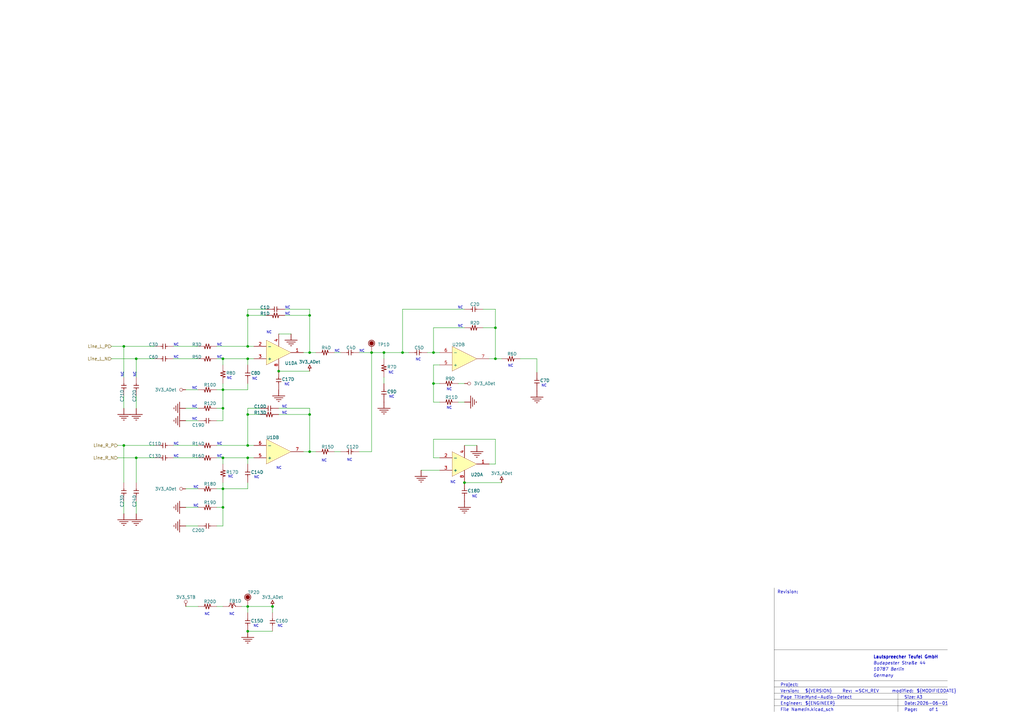
<source format=kicad_sch>
(kicad_sch (version 20231120) (generator "eeschema") (generator_version "8.0")
  (paper "A3")
  (title_block (title "Mynd-Audio-Detect") (rev "=SCH_REV"))
  (junction (at 165.1 144.6022))
  (junction (at 101.6 142.0622))
  (junction (at 91.44 167.4622))
  (junction (at 101.6 258.9022))
  (junction (at 177.8 144.6022))
  (junction (at 55.88 147.1422))
  (junction (at 50.8 142.0622))
  (junction (at 91.44 159.8422))
  (junction (at 127 185.2422))
  (junction (at 114.3 152.2222))
  (junction (at 50.8 182.7022))
  (junction (at 101.6 187.7822))
  (junction (at 101.6 129.3622))
  (junction (at 91.44 208.1022))
  (junction (at 91.44 147.1422))
  (junction (at 152.4 144.6022))
  (junction (at 203.2 134.4422))
  (junction (at 55.88 187.7822))
  (junction (at 111.76 248.7422))
  (junction (at 91.44 200.4822))
  (junction (at 190.5 197.9422))
  (junction (at 127 170.0022))
  (junction (at 101.6 248.7422))
  (junction (at 157.48 144.6022))
  (junction (at 101.6 182.7022))
  (junction (at 203.2 147.1422))
  (junction (at 91.44 187.7822))
  (junction (at 177.8 157.3022))
  (junction (at 127 144.6022))
  (junction (at 101.6 170.0022))
  (junction (at 127 129.3622))
  (junction (at 101.6 147.1422))
  (wire (pts (xy 101.6 126.8222) (xy 101.6 129.3622)))
  (wire (pts (xy 152.4 144.6022) (xy 157.48 144.6022)))
  (wire (pts (xy 101.6 142.0622) (xy 104.14 142.0622)))
  (wire (pts (xy 91.44 167.4622) (xy 88.9 167.4622)))
  (wire (pts (xy 190.5 157.3022) (xy 187.96 157.3022)))
  (wire (pts (xy 101.6 149.6822) (xy 101.6 147.1422)))
  (wire (pts (xy 101.6 129.3622) (xy 109.22 129.3622)))
  (polyline (pts (xy 317.5 279.2222) (xy 388.62 279.2222)) (stroke (width 0.0254) (type solid) (color 0 0 0 1)))
  (wire (pts (xy 127 185.2422) (xy 129.54 185.2422)))
  (wire (pts (xy 76.2 172.5422) (xy 81.28 172.5422)))
  (wire (pts (xy 157.48 147.1422) (xy 157.48 144.6022)))
  (wire (pts (xy 203.2 134.4422) (xy 203.2 147.1422)))
  (wire (pts (xy 101.6 147.1422) (xy 104.14 147.1422)))
  (wire (pts (xy 165.1 144.6022) (xy 165.1 126.8222)))
  (wire (pts (xy 127 129.3622) (xy 127 144.6022)))
  (wire (pts (xy 55.88 147.1422) (xy 63.5 147.1422)))
  (wire (pts (xy 91.44 149.6822) (xy 91.44 147.1422)))
  (wire (pts (xy 76.2 200.4822) (xy 81.28 200.4822)))
  (wire (pts (xy 91.44 187.7822) (xy 91.44 190.3222)))
  (wire (pts (xy 91.44 200.4822) (xy 101.6 200.4822)))
  (wire (pts (xy 81.28 208.1022) (xy 76.2 208.1022)))
  (wire (pts (xy 91.44 147.1422) (xy 101.6 147.1422)))
  (wire (pts (xy 55.88 197.9422) (xy 55.88 187.7822)))
  (wire (pts (xy 203.2 180.1622) (xy 203.2 190.3222)))
  (wire (pts (xy 111.76 248.7422) (xy 111.76 251.2822)))
  (wire (pts (xy 127 144.6022) (xy 124.46 144.6022)))
  (polyline (pts (xy 368.3 291.9222) (xy 368.3 284.3022)) (stroke (width 0.0254) (type solid) (color 0 0 0 1)))
  (wire (pts (xy 165.1 144.6022) (xy 167.64 144.6022)))
  (wire (pts (xy 91.44 159.8422) (xy 91.44 157.3022)))
  (wire (pts (xy 48.26 182.7022) (xy 50.8 182.7022)))
  (wire (pts (xy 48.26 187.7822) (xy 55.88 187.7822)))
  (wire (pts (xy 76.2 167.4622) (xy 81.28 167.4622)))
  (wire (pts (xy 139.7 185.2422) (xy 137.16 185.2422)))
  (wire (pts (xy 55.88 154.7622) (xy 55.88 147.1422)))
  (wire (pts (xy 91.44 172.5422) (xy 88.9 172.5422)))
  (wire (pts (xy 180.34 192.8622) (xy 172.72 192.8622)))
  (wire (pts (xy 91.44 200.4822) (xy 91.44 197.9422)))
  (wire (pts (xy 180.34 157.3022) (xy 177.8 157.3022)))
  (wire (pts (xy 50.8 142.0622) (xy 63.5 142.0622)))
  (wire (pts (xy 101.6 200.4822) (xy 101.6 197.9422)))
  (wire (pts (xy 88.9 182.7022) (xy 101.6 182.7022)))
  (wire (pts (xy 152.4 144.6022) (xy 147.32 144.6022)))
  (wire (pts (xy 91.44 159.8422) (xy 101.6 159.8422)))
  (wire (pts (xy 101.6 258.9022) (xy 111.76 258.9022)))
  (wire (pts (xy 127 126.8222) (xy 127 129.3622)))
  (wire (pts (xy 177.8 149.6822) (xy 180.34 149.6822)))
  (wire (pts (xy 190.5 134.4422) (xy 177.8 134.4422)))
  (wire (pts (xy 127 185.2422) (xy 124.46 185.2422)))
  (wire (pts (xy 88.9 142.0622) (xy 101.6 142.0622)))
  (wire (pts (xy 152.4 144.6022) (xy 152.4 185.2422)))
  (polyline (pts (xy 317.5 286.8422) (xy 388.62 286.8422)) (stroke (width 0.0254) (type solid) (color 0 0 0 1)))
  (wire (pts (xy 104.14 182.7022) (xy 101.6 182.7022)))
  (wire (pts (xy 91.44 200.4822) (xy 91.44 208.1022)))
  (wire (pts (xy 91.44 200.4822) (xy 88.9 200.4822)))
  (wire (pts (xy 200.66 147.1422) (xy 203.2 147.1422)))
  (polyline (pts (xy 317.5 266.5222) (xy 317.5 241.1222)) (stroke (width 0.0254) (type solid) (color 0 0 0 1)))
  (wire (pts (xy 127 167.4622) (xy 127 170.0022)))
  (wire (pts (xy 114.3 152.2222) (xy 127 152.2222)))
  (wire (pts (xy 71.12 147.1422) (xy 81.28 147.1422)))
  (wire (pts (xy 101.6 248.7422) (xy 111.76 248.7422)))
  (wire (pts (xy 177.8 134.4422) (xy 177.8 144.6022)))
  (wire (pts (xy 101.6 129.3622) (xy 101.6 142.0622)))
  (wire (pts (xy 55.88 187.7822) (xy 63.5 187.7822)))
  (wire (pts (xy 101.6 159.8422) (xy 101.6 157.3022)))
  (wire (pts (xy 203.2 126.8222) (xy 203.2 134.4422)))
  (wire (pts (xy 177.8 144.6022) (xy 180.34 144.6022)))
  (wire (pts (xy 116.84 126.8222) (xy 127 126.8222)))
  (wire (pts (xy 71.12 182.7022) (xy 81.28 182.7022)))
  (wire (pts (xy 91.44 167.4622) (xy 91.44 172.5422)))
  (wire (pts (xy 190.5 182.7022) (xy 195.58 182.7022)))
  (wire (pts (xy 177.8 180.1622) (xy 203.2 180.1622)))
  (wire (pts (xy 101.6 182.7022) (xy 101.6 170.0022)))
  (wire (pts (xy 203.2 190.3222) (xy 200.66 190.3222)))
  (wire (pts (xy 101.6 167.4622) (xy 106.68 167.4622)))
  (wire (pts (xy 177.8 157.3022) (xy 177.8 149.6822)))
  (wire (pts (xy 91.44 187.7822) (xy 101.6 187.7822)))
  (wire (pts (xy 101.6 187.7822) (xy 101.6 190.3222)))
  (wire (pts (xy 114.3 136.9822) (xy 119.38 136.9822)))
  (wire (pts (xy 165.1 126.8222) (xy 190.5 126.8222)))
  (wire (pts (xy 101.6 251.2822) (xy 101.6 248.7422)))
  (wire (pts (xy 88.9 187.7822) (xy 91.44 187.7822)))
  (wire (pts (xy 50.8 154.7622) (xy 50.8 142.0622)))
  (wire (pts (xy 157.48 144.6022) (xy 165.1 144.6022)))
  (wire (pts (xy 55.88 167.4622) (xy 55.88 162.3822)))
  (wire (pts (xy 203.2 147.1422) (xy 205.74 147.1422)))
  (wire (pts (xy 99.06 248.7422) (xy 101.6 248.7422)))
  (wire (pts (xy 88.9 147.1422) (xy 91.44 147.1422)))
  (wire (pts (xy 81.28 159.8422) (xy 76.2 159.8422)))
  (wire (pts (xy 114.3 170.0022) (xy 127 170.0022)))
  (wire (pts (xy 81.28 248.7422) (xy 76.2 248.7422)))
  (wire (pts (xy 109.22 126.8222) (xy 101.6 126.8222)))
  (wire (pts (xy 91.44 208.1022) (xy 88.9 208.1022)))
  (wire (pts (xy 101.6 187.7822) (xy 104.14 187.7822)))
  (wire (pts (xy 220.218 147.1422) (xy 220.218 152.7302)))
  (wire (pts (xy 45.72 147.1422) (xy 55.88 147.1422)))
  (wire (pts (xy 71.12 142.0622) (xy 81.28 142.0622)))
  (wire (pts (xy 50.8 182.7022) (xy 63.5 182.7022)))
  (wire (pts (xy 213.36 147.1422) (xy 220.218 147.1422)))
  (wire (pts (xy 45.72 142.0622) (xy 50.8 142.0622)))
  (polyline (pts (xy 317.5 291.9222) (xy 317.5 266.5222)) (stroke (width 0.0254) (type solid) (color 0 0 0 1)))
  (wire (pts (xy 139.7 144.6022) (xy 137.16 144.6022)))
  (wire (pts (xy 116.84 129.3622) (xy 127 129.3622)))
  (wire (pts (xy 177.8 187.7822) (xy 177.8 180.1622)))
  (wire (pts (xy 101.6 170.0022) (xy 101.6 167.4622)))
  (wire (pts (xy 88.9 159.8422) (xy 91.44 159.8422)))
  (polyline (pts (xy 317.5 289.3822) (xy 388.62 289.3822)) (stroke (width 0.0254) (type solid) (color 0 0 0 1)))
  (wire (pts (xy 180.34 164.9222) (xy 177.8 164.9222)))
  (wire (pts (xy 71.12 187.7822) (xy 81.28 187.7822)))
  (wire (pts (xy 114.3 167.4622) (xy 127 167.4622)))
  (wire (pts (xy 127 170.0022) (xy 127 185.2422)))
  (wire (pts (xy 50.8 167.4622) (xy 50.8 162.3822)))
  (wire (pts (xy 203.2 134.4422) (xy 198.12 134.4422)))
  (wire (pts (xy 127 144.6022) (xy 129.54 144.6022)))
  (wire (pts (xy 180.34 187.7822) (xy 177.8 187.7822)))
  (wire (pts (xy 55.88 210.6422) (xy 55.88 205.5622)))
  (wire (pts (xy 177.8 144.6022) (xy 175.26 144.6022)))
  (wire (pts (xy 50.8 210.6422) (xy 50.8 205.5622)))
  (wire (pts (xy 190.5 197.9422) (xy 205.74 197.9422)))
  (wire (pts (xy 91.44 215.7222) (xy 88.9 215.7222)))
  (wire (pts (xy 91.44 159.8422) (xy 91.44 167.4622)))
  (polyline (pts (xy 317.5 266.5222) (xy 388.62 266.5222)) (stroke (width 0.0254) (type solid) (color 0 0 0 1)))
  (wire (pts (xy 50.8 197.9422) (xy 50.8 182.7022)))
  (wire (pts (xy 101.6 170.0022) (xy 106.68 170.0022)))
  (wire (pts (xy 91.44 208.1022) (xy 91.44 215.7222)))
  (wire (pts (xy 177.8 164.9222) (xy 177.8 157.3022)))
  (wire (pts (xy 190.5 164.9222) (xy 187.96 164.9222)))
  (wire (pts (xy 157.48 157.3022) (xy 157.48 154.7622)))
  (polyline (pts (xy 317.5 284.3022) (xy 388.62 284.3022)) (stroke (width 0.0254) (type solid) (color 0 0 0 1)))
  (wire (pts (xy 91.44 248.7422) (xy 88.9 248.7422)))
  (polyline (pts (xy 317.5 281.7622) (xy 388.62 281.7622)) (stroke (width 0.0254) (type solid) (color 0 0 0 1)))
  (wire (pts (xy 198.12 126.8222) (xy 203.2 126.8222)))
  (wire (pts (xy 76.2 215.7222) (xy 81.28 215.7222)))
  (wire (pts (xy 152.4 185.2422) (xy 147.32 185.2422)))
  (text "${##}" (at 383.54 291.9222 0) (effects (font (size 1.27 1.27)) (justify left bottom)))
  (text "Rev:" (at 345.44 284.3022 0) (effects (font (size 1.27 1.27)) (justify left bottom)))
  (text "NC" (at 137.16 144.6022 0) (effects (font (size 1.016 1.016)) (justify left bottom)))
  (text "NC" (at 71.12 187.7822 0) (effects (font (size 1.016 1.016)) (justify left bottom)))
  (text "NC" (at 183.134 160.3502 0) (effects (font (size 1.016 1.016)) (justify left bottom)))
  (text "File Name:" (at 320.04 291.9222 0) (effects (font (size 1.27 1.27)) (justify left bottom)))
  (text "NC" (at 187.706 126.8222 0) (effects (font (size 1.016 1.016)) (justify left bottom)))
  (text "NC" (at 159.258 153.4922 0) (effects (font (size 1.016 1.016)) (justify left bottom)))
  (text "NC" (at 88.9 147.1422 0) (effects (font (size 1.016 1.016)) (justify left bottom)))
  (text "NC" (at 115.57 170.0022 0) (effects (font (size 1.016 1.016)) (justify left bottom)))
  (text "Project:" (at 320.04 281.7622 0) (effects (font (size 1.27 1.27)) (justify left bottom)))
  (text "Engineer:" (at 320.04 289.3822 0) (effects (font (size 1.27 1.27)) (justify left bottom)))
  (text "NC" (at 50.8 154.7622 90) (effects (font (size 1.016 1.016)) (justify left bottom)))
  (text "NC" (at 104.14 196.4182 0) (effects (font (size 1.016 1.016)) (justify left bottom)))
  (text "Version:" (at 320.04 284.3022 0) (effects (font (size 1.27 1.27)) (justify left bottom)))
  (text "${#}" (at 378.46 291.9222 0) (effects (font (size 1.27 1.27)) (justify left bottom)))
  (text "NC" (at 113.792 257.3782 0) (effects (font (size 1.016 1.016)) (justify left bottom)))
  (text "NC" (at 78.74 172.5422 0) (effects (font (size 1.016 1.016)) (justify left bottom)))
  (text "${REVISION}" (at 350.52 284.3022 0) (effects (font (size 1.27 1.27)) (justify left bottom)))
  (text "NC" (at 115.57 167.4622 0) (effects (font (size 1.016 1.016)) (justify left bottom)))
  (text "NC" (at 116.84 129.3622 0) (effects (font (size 1.016 1.016)) (justify left bottom)))
  (text "NC" (at 103.378 156.0322 0) (effects (font (size 1.016 1.016)) (justify left bottom)))
  (text "NC" (at 184.658 198.4502 0) (effects (font (size 1.016 1.016)) (justify left bottom)))
  (text "NC" (at 131.826 189.5602 0) (effects (font (size 1.016 1.016)) (justify left bottom)))
  (text "A3" (at 375.92 286.8422 0) (effects (font (size 1.27 1.27)) (justify left bottom)))
  (text "Budapester Straße 44" (at 358.14 272.8722 0) (effects (font (size 1.27 1.27) (italic yes)) (justify left bottom)))
  (text "NC" (at 93.98 252.5522 0) (effects (font (size 1.016 1.016)) (justify left bottom)))
  (text "NC" (at 88.9 142.0622 0) (effects (font (size 1.016 1.016)) (justify left bottom)))
  (text "NC" (at 71.12 147.1422 0) (effects (font (size 1.016 1.016)) (justify left bottom)))
  (text "${CURRENT_DATE}" (at 375.92 289.3822 0) (effects (font (size 1.27 1.27)) (justify left bottom)))
  (text "NC" (at 88.9 182.7022 0) (effects (font (size 1.016 1.016)) (justify left bottom)))
  (text "NC" (at 116.84 126.8222 0) (effects (font (size 1.016 1.016)) (justify left bottom)))
  (text "NC" (at 159.512 163.3982 0) (effects (font (size 1.016 1.016)) (justify left bottom)))
  (text "NC" (at 55.88 154.7622 90) (effects (font (size 1.016 1.016)) (justify left bottom)))
  (text "NC" (at 83.82 252.5522 0) (effects (font (size 1.016 1.016)) (justify left bottom)))
  (text "NC" (at 88.9 187.7822 0) (effects (font (size 1.016 1.016)) (justify left bottom)))
  (text "Page:" (at 370.84 291.9222 0) (effects (font (size 1.27 1.27)) (justify left bottom)))
  (text "${PROJECTNAME}" (at 330.2 281.7622 0) (effects (font (size 1.27 1.27)) (justify left bottom)))
  (text "NC" (at 79.248 200.4822 0) (effects (font (size 1.016 1.016)) (justify left bottom)))
  (text "NC" (at 183.134 167.9702 0) (effects (font (size 1.016 1.016)) (justify left bottom)))
  (text "${ENGINEER}" (at 330.2 289.3822 0) (effects (font (size 1.27 1.27)) (justify left bottom)))
  (text "NC" (at 116.586 158.3182 0) (effects (font (size 1.016 1.016)) (justify left bottom)))
  (text "${FILENAME}" (at 330.2 291.9222 0) (effects (font (size 1.27 1.27)) (justify left bottom)))
  (text "Page Title:" (at 320.04 286.8422 0) (effects (font (size 1.27 1.27)) (justify left bottom)))
  (text "NC" (at 221.996 158.8262 0) (effects (font (size 1.016 1.016)) (justify left bottom)))
  (text "NC" (at 93.472 196.1642 0) (effects (font (size 1.016 1.016)) (justify left bottom)))
  (text "Date:" (at 370.84 289.3822 0) (effects (font (size 1.27 1.27)) (justify left bottom)))
  (text "Lautspreecher Teufel GmbH" (at 358.14 270.3322 0) (effects (font (size 1.27 1.27) (thickness 0.254) (bold yes)) (justify left bottom)))
  (text "NC" (at 187.706 134.4422 0) (effects (font (size 1.016 1.016)) (justify left bottom)))
  (text "NC" (at 92.964 155.7782 0) (effects (font (size 1.016 1.016)) (justify left bottom)))
  (text "NC" (at 78.74 167.4622 0) (effects (font (size 1.016 1.016)) (justify left bottom)))
  (text "NC" (at 193.548 204.2922 0) (effects (font (size 1.016 1.016)) (justify left bottom)))
  (text "of" (at 381 291.9222 0) (effects (font (size 1.27 1.27)) (justify left bottom)))
  (text "NC" (at 113.284 192.6082 0) (effects (font (size 1.016 1.016)) (justify left bottom)))
  (text "NC" (at 103.886 257.3782 0) (effects (font (size 1.016 1.016)) (justify left bottom)))
  (text "NC" (at 79.248 208.1022 0) (effects (font (size 1.016 1.016)) (justify left bottom)))
  (text "NC" (at 71.12 182.7022 0) (effects (font (size 1.016 1.016)) (justify left bottom)))
  (text "modified:" (at 365.76 284.3022 0) (effects (font (size 1.27 1.27)) (justify left bottom)))
  (text "NC" (at 142.24 189.3062 0) (effects (font (size 1.016 1.016)) (justify left bottom)))
  (text "NC" (at 71.12 142.0622 0) (effects (font (size 1.016 1.016)) (justify left bottom)))
  (text "Revision:" (at 318.77 243.6622 0) (effects (font (size 1.27 1.27)) (justify left bottom)))
  (text "NC" (at 208.28 150.6982 0) (effects (font (size 1.016 1.016)) (justify left bottom)))
  (text "10787 Berlin" (at 358.14 275.4122 0) (effects (font (size 1.27 1.27) (italic yes)) (justify left bottom)))
  (text "${VERSION}" (at 330.2 284.3022 0) (effects (font (size 1.27 1.27)) (justify left bottom)))
  (text "NC" (at 78.74 159.8422 0) (effects (font (size 1.016 1.016)) (justify left bottom)))
  (text "Size:" (at 370.84 286.8422 0) (effects (font (size 1.27 1.27)) (justify left bottom)))
  (text "Germany" (at 358.14 277.9522 0) (effects (font (size 1.27 1.27) (italic yes)) (justify left bottom)))
  (text "NC" (at 170.434 148.1582 0) (effects (font (size 1.016 1.016)) (justify left bottom)))
  (text "${MODIFIEDDATE}" (at 375.92 284.3022 0) (effects (font (size 1.27 1.27)) (justify left bottom)))
  (text "NC" (at 147.32 144.6022 0) (effects (font (size 1.016 1.016)) (justify left bottom)))
  (text "${TITLE}" (at 330.2 286.8422 0) (effects (font (size 1.27 1.27)) (justify left bottom)))
  (text "NC" (at 109.22 136.9822 0) (effects (font (size 1.016 1.016)) (justify left bottom)))
  (hierarchical_label "Line_L_P" (shape input) (at 45.72 142.0622 180))
  (hierarchical_label "Line_R_N" (shape input) (at 48.26 187.7822 180))
  (hierarchical_label "Line_L_N" (shape input) (at 45.72 147.1422 180))
  (hierarchical_label "Line_R_P" (shape input) (at 48.26 182.7022 180))
  (symbol (lib_id "Mynd_Main-altium-import:GND_POWER_GROUND") (at 76.2 215.7222 270) (unit 1)
    (property "Reference" "#PWR?" (effects (hide yes)))
    (property "Value" "GND" (effects (hide yes)))
  )
  (symbol (lib_id "Mynd_Main-altium-import:U_AudioDet_1_RES1") (at 91.44 197.9422 0) (unit 1)
    (property "Reference" "R17D" (at 92.71 194.3862 0) (effects (justify left bottom)))
    (property "Value" "${ALTIUM_VALUE}" (effects (hide yes)))
    (property "Footprint" "R0603" (effects (hide yes)))
    (property "Description" "GPHF SMD RES. 10KOHM 1/10W 1% 0603" (effects (hide yes)))
    (property "TOLERANCE" "1%" (effects (hide yes)))
    (property "MANUFACTURER" "Multi-Sourced" (effects (hide yes)))
    (property "WATTAGE" "1/10W" (effects (hide yes)))
    (property "ALTIUM_VALUE" "10k" (effects (hide yes)))
    (property "PART_NUMBER" "Generic" (effects (hide yes)))
    (property "PART_TYPE" "Resistor SMT" (effects (hide yes)))
    (property "TEMP_COEFFICIENT" "150ppm" (effects (hide yes)))
  )
  (symbol (lib_id "Mynd_Main-altium-import:3V3_ADet_CIRCLE") (at 76.2 159.8422 270) (unit 1)
    (property "Reference" "#PWR?" (effects (hide yes)))
    (property "Value" "3V3_ADet" (at 72.39 159.8422 90) (effects (justify right)))
  )
  (symbol (lib_id "Mynd_Main-altium-import:U_AudioDet_0_RES1") (at 190.5 134.4422 0) (unit 1)
    (property "Reference" "R2D" (at 192.786 133.1722 0) (effects (justify left bottom)))
    (property "Value" "${ALTIUM_VALUE}" (effects (hide yes)))
    (property "Footprint" "R0603" (effects (hide yes)))
    (property "Description" "PS SMD RES. 680KOHM 1/10W 5% 0603" (effects (hide yes)))
    (property "TOLERANCE" "1%" (effects (hide yes)))
    (property "PART_TYPE" "Resistor SMT" (effects (hide yes)))
    (property "ALTIUM_VALUE" "680k" (effects (hide yes)))
    (property "MANUFACTURER" "Multi-Sourced" (effects (hide yes)))
    (property "PART_NUMBER" "Generic" (effects (hide yes)))
    (property "TEMP_COEFFICIENT" "150ppm" (effects (hide yes)))
    (property "WATTAGE" "1/10W" (effects (hide yes)))
  )
  (symbol (lib_id "Mynd_Main-altium-import:U_AudioDet_2_CAP1") (at 147.32 185.2422 0) (unit 1)
    (property "Reference" "C12D" (at 141.986 183.9722 0) (effects (justify left bottom)))
    (property "Value" "${ALTIUM_VALUE}" (effects (hide yes)))
    (property "Footprint" "C0603X100" (effects (hide yes)))
    (property "Description" "PSHF SMD M CAP 470nF 25V ±10% 0603 X7R" (effects (hide yes)))
    (property "MANUFACTURER" "Multi Sourced" (effects (hide yes)))
    (property "TOLERANCE" "±10%" (effects (hide yes)))
    (property "TEMPERATURERANGE" "X7R" (effects (hide yes)))
    (property "ALTIUM_VALUE" "470nF" (effects (hide yes)))
    (property "PART_NUMBER" "Generic" (effects (hide yes)))
    (property "PART_TYPE" "Capacitor ceramic SMT" (effects (hide yes)))
    (property "TEMP_COEFFICIENT" "X7R" (effects (hide yes)))
    (property "VOLTAGE" "25V" (effects (hide yes)))
  )
  (symbol (lib_id "Mynd_Main-altium-import:U_AudioDet_0_RES1") (at 81.28 187.7822 0) (unit 1)
    (property "Reference" "R16D" (at 78.74 187.7822 0) (effects (justify left bottom)))
    (property "Value" "${ALTIUM_VALUE}" (effects (hide yes)))
    (property "Footprint" "R0603" (effects (hide yes)))
    (property "Description" "GPHF SMD RES. 10KOHM 1/10W 1% 0603" (effects (hide yes)))
    (property "TOLERANCE" "1%" (effects (hide yes)))
    (property "MANUFACTURER" "Multi-Sourced" (effects (hide yes)))
    (property "WATTAGE" "1/10W" (effects (hide yes)))
    (property "ALTIUM_VALUE" "10k" (effects (hide yes)))
    (property "PART_NUMBER" "Generic" (effects (hide yes)))
    (property "PART_TYPE" "Resistor SMT" (effects (hide yes)))
    (property "TEMP_COEFFICIENT" "150ppm" (effects (hide yes)))
  )
  (symbol (lib_id "Mynd_Main-altium-import:U_AudioDet_1_TP") (at 101.6 248.7422 0) (unit 1)
    (property "Reference" "TP2D" (at 101.6 243.6622 0) (effects (justify left bottom)))
    (property "Value" "TP" (effects (hide yes)))
    (property "Footprint" "TP060" (effects (hide yes)))
    (property "Description" "Test Point" (effects (hide yes)))
    (property "DESIGN ITEM ID" "TP" (effects (hide yes)))
  )
  (symbol (lib_id "Mynd_Main-altium-import:GND_POWER_GROUND") (at 50.8 167.4622 0) (unit 1)
    (property "Reference" "#PWR?" (effects (hide yes)))
    (property "Value" "GND" (effects (hide yes)))
  )
  (symbol (lib_id "Mynd_Main-altium-import:U_AudioDet_1_TP") (at 152.4 144.6022 0) (unit 1)
    (property "Reference" "TP1D" (at 154.94 142.0622 0) (effects (justify left bottom)))
    (property "Value" "TP" (effects (hide yes)))
    (property "Footprint" "TP060" (effects (hide yes)))
    (property "Description" "Test Point" (effects (hide yes)))
    (property "DESIGN ITEM ID" "TP" (effects (hide yes)))
  )
  (symbol (lib_id "Mynd_Main-altium-import:U_AudioDet_3_CAP1") (at 55.88 197.9422 0) (unit 1)
    (property "Reference" "C24D" (at 55.88 208.1022 90) (effects (justify left bottom)))
    (property "Value" "${ALTIUM_VALUE}" (effects (hide yes)))
    (property "Footprint" "C0603X80" (effects (hide yes)))
    (property "Description" "GPHF SMD CAP 470pF 50V 10%" (effects (hide yes)))
    (property "MANUFACTURER" "Multi Sourced" (effects (hide yes)))
    (property "TOLERANCE" "±10%" (effects (hide yes)))
    (property "TEMPERATURERANGE" "X7R" (effects (hide yes)))
    (property "ALTIUM_VALUE" "470pF" (effects (hide yes)))
    (property "PART_NUMBER" "Generic" (effects (hide yes)))
    (property "PART_TYPE" "Capacitor ceramic SMT" (effects (hide yes)))
    (property "TEMP_COEFFICIENT" "X7R" (effects (hide yes)))
    (property "VOLTAGE" "50V" (effects (hide yes)))
  )
  (symbol (lib_id "Mynd_Main-altium-import:U_AudioDet_3_CAP1") (at 190.5 197.9422 0) (unit 1)
    (property "Reference" "C18D" (at 191.77 202.0062 0) (effects (justify left bottom)))
    (property "Value" "${ALTIUM_VALUE}" (effects (hide yes)))
    (property "Footprint" "C0603X100" (effects (hide yes)))
    (property "Description" "PSHF SMD M CAP 100nF 25V ±10% 0603 X7R" (effects (hide yes)))
    (property "MANUFACTURER" "Multi Sourced" (effects (hide yes)))
    (property "TOLERANCE" "±10%" (effects (hide yes)))
    (property "TEMPERATURERANGE" "X7R" (effects (hide yes)))
    (property "ALTIUM_VALUE" "100nF" (effects (hide yes)))
    (property "PART_NUMBER" "Generic" (effects (hide yes)))
    (property "PART_TYPE" "Capacitor ceramic SMT" (effects (hide yes)))
    (property "TEMP_COEFFICIENT" "X7R" (effects (hide yes)))
    (property "VOLTAGE" "25V" (effects (hide yes)))
  )
  (symbol (lib_id "Mynd_Main-altium-import:GND_POWER_GROUND") (at 157.48 164.9222 0) (unit 1)
    (property "Reference" "#PWR?" (effects (hide yes)))
    (property "Value" "GND" (effects (hide yes)))
  )
  (symbol (lib_id "Mynd_Main-altium-import:U_AudioDet_0_RES1") (at 205.74 147.1422 0) (unit 1)
    (property "Reference" "R6D" (at 208.026 145.8722 0) (effects (justify left bottom)))
    (property "Value" "${ALTIUM_VALUE}" (effects (hide yes)))
    (property "Footprint" "R0603" (effects (hide yes)))
    (property "Description" "PS SMD RES. 560OHM 1/10W 1% 0603" (effects (hide yes)))
    (property "TOLERANCE" "1%" (effects (hide yes)))
    (property "PART_TYPE" "Resistor SMT" (effects (hide yes)))
    (property "ALTIUM_VALUE" "560R" (effects (hide yes)))
    (property "MANUFACTURER" "Multi-Sourced" (effects (hide yes)))
    (property "PART_NUMBER" "Generic" (effects (hide yes)))
    (property "TEMP_COEFFICIENT" "150ppm" (effects (hide yes)))
    (property "WATTAGE" "1/10W" (effects (hide yes)))
  )
  (symbol (lib_id "Mynd_Main-altium-import:3V3_STB_CIRCLE") (at 76.2 248.7422 180) (unit 1)
    (property "Reference" "#PWR?" (effects (hide yes)))
    (property "Value" "3V3_STB" (at 76.2 244.9322 0))
  )
  (symbol (lib_id "Mynd_Main-altium-import:U_AudioDet_2_CAP1") (at 88.9 215.7222 0) (unit 1)
    (property "Reference" "C20D" (at 78.74 218.2622 0) (effects (justify left bottom)))
    (property "Value" "${ALTIUM_VALUE}" (effects (hide yes)))
    (property "Footprint" "C0603X105" (effects (hide yes)))
    (property "Description" "GPHF SMD M CAP 4.7uF 16V ±10% 0603 X5R" (effects (hide yes)))
    (property "MANUFACTURER" "Multi Sourced" (effects (hide yes)))
    (property "TOLERANCE" "±10%" (effects (hide yes)))
    (property "TEMPERATURERANGE" "X5R" (effects (hide yes)))
    (property "ALTIUM_VALUE" "4.7uF" (effects (hide yes)))
    (property "PART_NUMBER" "Generic" (effects (hide yes)))
    (property "PART_TYPE" "Capacitor ceramic SMT" (effects (hide yes)))
    (property "TEMP_COEFFICIENT" "X5R" (effects (hide yes)))
    (property "VOLTAGE" "16V" (effects (hide yes)))
  )
  (symbol (lib_id "Mynd_Main-altium-import:U_AudioDet_2_CAP1") (at 147.32 144.6022 0) (unit 1)
    (property "Reference" "C4D" (at 141.986 143.3322 0) (effects (justify left bottom)))
    (property "Value" "${ALTIUM_VALUE}" (effects (hide yes)))
    (property "Footprint" "C0603X100" (effects (hide yes)))
    (property "Description" "PSHF SMD M CAP 470nF 25V ±10% 0603 X7R" (effects (hide yes)))
    (property "MANUFACTURER" "Multi Sourced" (effects (hide yes)))
    (property "TOLERANCE" "±10%" (effects (hide yes)))
    (property "TEMPERATURERANGE" "X7R" (effects (hide yes)))
    (property "ALTIUM_VALUE" "470nF" (effects (hide yes)))
    (property "PART_NUMBER" "Generic" (effects (hide yes)))
    (property "PART_TYPE" "Capacitor ceramic SMT" (effects (hide yes)))
    (property "TEMP_COEFFICIENT" "X7R" (effects (hide yes)))
    (property "VOLTAGE" "25V" (effects (hide yes)))
  )
  (symbol (lib_id "Mynd_Main-altium-import:GND_POWER_GROUND") (at 76.2 172.5422 270) (unit 1)
    (property "Reference" "#PWR?" (effects (hide yes)))
    (property "Value" "GND" (effects (hide yes)))
  )
  (symbol (lib_id "Mynd_Main-altium-import:3V3_ADet_CIRCLE") (at 76.2 200.4822 270) (unit 1)
    (property "Reference" "#PWR?" (effects (hide yes)))
    (property "Value" "3V3_ADet" (at 72.39 200.4822 90) (effects (justify right)))
  )
  (symbol (lib_id "Mynd_Main-altium-import:GND_POWER_GROUND") (at 119.38 136.9822 0) (unit 1)
    (property "Reference" "#PWR?" (effects (hide yes)))
    (property "Value" "GND" (effects (hide yes)))
  )
  (symbol (lib_id "Mynd_Main-altium-import:U_AudioDet_2_mirrored_OP_DUAL") (at 109.22 190.3222 0) (unit 2)
    (property "Reference" "U1D" (at 109.22 180.1622 0) (effects (justify left bottom)))
    (property "Value" "${ALTIUM_VALUE}" (effects (hide yes)))
    (property "Footprint" "VSSOP8" (effects (hide yes)))
    (property "Description" "SMD IC 8P MSOP SGM358YMS SGMICRO" (effects (hide yes)))
    (property "MANUFACTURER" "SGMICRO" (effects (hide yes)))
    (property "PART_NUMBER" "SGM358YMS" (effects (hide yes)))
    (property "ALTIUM_VALUE" "${PART_NUMBER}" (effects (hide yes)))
    (property "PART_TYPE" "Semiconductor Integrated Circuit SMT" (effects (hide yes)))
  )
  (symbol (lib_id "Mynd_Main-altium-import:GND_POWER_GROUND") (at 114.3 159.8422 0) (unit 1)
    (property "Reference" "#PWR?" (effects (hide yes)))
    (property "Value" "GND" (effects (hide yes)))
  )
  (symbol (lib_id "Mynd_Main-altium-import:GND_POWER_GROUND") (at 220.218 160.3502 0) (unit 1)
    (property "Reference" "#PWR?" (effects (hide yes)))
    (property "Value" "GND" (effects (hide yes)))
  )
  (symbol (lib_id "Mynd_Main-altium-import:U_AudioDet_0_RES1") (at 81.28 182.7022 0) (unit 1)
    (property "Reference" "R14D" (at 78.74 182.7022 0) (effects (justify left bottom)))
    (property "Value" "${ALTIUM_VALUE}" (effects (hide yes)))
    (property "Footprint" "R0603" (effects (hide yes)))
    (property "Description" "GPHF SMD RES. 10KOHM 1/10W 1% 0603" (effects (hide yes)))
    (property "TOLERANCE" "1%" (effects (hide yes)))
    (property "MANUFACTURER" "Multi-Sourced" (effects (hide yes)))
    (property "WATTAGE" "1/10W" (effects (hide yes)))
    (property "ALTIUM_VALUE" "10k" (effects (hide yes)))
    (property "PART_NUMBER" "Generic" (effects (hide yes)))
    (property "PART_TYPE" "Resistor SMT" (effects (hide yes)))
    (property "TEMP_COEFFICIENT" "150ppm" (effects (hide yes)))
  )
  (symbol (lib_id "Mynd_Main-altium-import:3V3_ADet_CIRCLE") (at 190.5 157.3022 90) (unit 1)
    (property "Reference" "#PWR?" (effects (hide yes)))
    (property "Value" "3V3_ADet" (at 194.31 157.3022 90) (effects (justify right)))
  )
  (symbol (lib_id "Mynd_Main-altium-import:U_AudioDet_2_CAP1") (at 71.12 147.1422 0) (unit 1)
    (property "Reference" "C6D" (at 60.96 147.1422 0) (effects (justify left bottom)))
    (property "Value" "${ALTIUM_VALUE}" (effects (hide yes)))
    (property "Footprint" "C0603X100" (effects (hide yes)))
    (property "Description" "GPHF SMD M CAP 100nF 25V ±10% 0603 X7R" (effects (hide yes)))
    (property "MANUFACTURER" "Multi Sourced" (effects (hide yes)))
    (property "TOLERANCE" "±10%" (effects (hide yes)))
    (property "TEMPERATURERANGE" "X7R" (effects (hide yes)))
    (property "ALTIUM_VALUE" "100nF" (effects (hide yes)))
    (property "PART_NUMBER" "Generic" (effects (hide yes)))
    (property "PART_TYPE" "Capacitor ceramic SMT" (effects (hide yes)))
    (property "TEMP_COEFFICIENT" "X7R" (effects (hide yes)))
    (property "VOLTAGE" "25V" (effects (hide yes)))
  )
  (symbol (lib_id "Mynd_Main-altium-import:3V3_ADet_ARROW") (at 127 152.2222 180) (unit 1)
    (property "Reference" "#PWR?" (effects (hide yes)))
    (property "Value" "3V3_ADet" (at 127 148.4122 0))
  )
  (symbol (lib_id "Mynd_Main-altium-import:U_AudioDet_2_RES1") (at 187.96 157.3022 0) (unit 1)
    (property "Reference" "R9D" (at 182.626 156.0322 0) (effects (justify left bottom)))
    (property "Value" "${ALTIUM_VALUE}" (effects (hide yes)))
    (property "Footprint" "R0603" (effects (hide yes)))
    (property "Description" "PS SMD RES. 100KOHM 1/10W 1% 0603" (effects (hide yes)))
    (property "TOLERANCE" "1%" (effects (hide yes)))
    (property "PART_TYPE" "Resistor SMT" (effects (hide yes)))
    (property "ALTIUM_VALUE" "100k" (effects (hide yes)))
    (property "MANUFACTURER" "Multi-Sourced" (effects (hide yes)))
    (property "PART_NUMBER" "Generic" (effects (hide yes)))
    (property "TEMP_COEFFICIENT" "150ppm" (effects (hide yes)))
    (property "WATTAGE" "1/10W" (effects (hide yes)))
  )
  (symbol (lib_id "Mynd_Main-altium-import:U_AudioDet_1_CAP1") (at 101.6 197.9422 0) (unit 1)
    (property "Reference" "C14D" (at 102.87 194.3862 0) (effects (justify left bottom)))
    (property "Value" "${ALTIUM_VALUE}" (effects (hide yes)))
    (property "Footprint" "C0603X80" (effects (hide yes)))
    (property "Description" "PSHF SMD M CAP 47pF 50V ±5% 0603 NPO" (effects (hide yes)))
    (property "MANUFACTURER" "Multi Sourced" (effects (hide yes)))
    (property "TOLERANCE" "±5%" (effects (hide yes)))
    (property "TEMPERATURERANGE" "NPO" (effects (hide yes)))
    (property "ALTIUM_VALUE" "47pF" (effects (hide yes)))
    (property "PART_NUMBER" "Generic" (effects (hide yes)))
    (property "PART_TYPE" "Capacitor ceramic SMT" (effects (hide yes)))
    (property "TEMP_COEFFICIENT" "NPO" (effects (hide yes)))
    (property "VOLTAGE" "50V" (effects (hide yes)))
  )
  (symbol (lib_id "Mynd_Main-altium-import:U_AudioDet_1_RES1") (at 91.44 157.3022 0) (unit 1)
    (property "Reference" "R8D" (at 92.71 153.7462 0) (effects (justify left bottom)))
    (property "Value" "${ALTIUM_VALUE}" (effects (hide yes)))
    (property "Footprint" "R0603" (effects (hide yes)))
    (property "Description" "GPHF SMD RES. 10KOHM 1/10W 1% 0603" (effects (hide yes)))
    (property "TOLERANCE" "1%" (effects (hide yes)))
    (property "MANUFACTURER" "Multi-Sourced" (effects (hide yes)))
    (property "WATTAGE" "1/10W" (effects (hide yes)))
    (property "ALTIUM_VALUE" "10k" (effects (hide yes)))
    (property "PART_NUMBER" "Generic" (effects (hide yes)))
    (property "PART_TYPE" "Resistor SMT" (effects (hide yes)))
    (property "TEMP_COEFFICIENT" "150ppm" (effects (hide yes)))
  )
  (symbol (lib_id "Mynd_Main-altium-import:U_AudioDet_3_CAP1") (at 55.88 154.7622 0) (unit 1)
    (property "Reference" "C22D" (at 55.88 164.9222 90) (effects (justify left bottom)))
    (property "Value" "${ALTIUM_VALUE}" (effects (hide yes)))
    (property "Footprint" "C0603X80" (effects (hide yes)))
    (property "Description" "GPHF SMD CAP 470pF 50V 10%" (effects (hide yes)))
    (property "MANUFACTURER" "Multi Sourced" (effects (hide yes)))
    (property "TOLERANCE" "±10%" (effects (hide yes)))
    (property "TEMPERATURERANGE" "X7R" (effects (hide yes)))
    (property "ALTIUM_VALUE" "470pF" (effects (hide yes)))
    (property "PART_NUMBER" "Generic" (effects (hide yes)))
    (property "PART_TYPE" "Capacitor ceramic SMT" (effects (hide yes)))
    (property "TEMP_COEFFICIENT" "X7R" (effects (hide yes)))
    (property "VOLTAGE" "50V" (effects (hide yes)))
  )
  (symbol (lib_id "Mynd_Main-altium-import:U_AudioDet_2_CAP1") (at 116.84 126.8222 0) (unit 1)
    (property "Reference" "C1D" (at 106.68 126.8222 0) (effects (justify left bottom)))
    (property "Value" "${ALTIUM_VALUE}" (effects (hide yes)))
    (property "Footprint" "C0603X80" (effects (hide yes)))
    (property "Description" "PSHF SMD M CAP 47pF 50V ±5% 0603 NPO" (effects (hide yes)))
    (property "MANUFACTURER" "Multi Sourced" (effects (hide yes)))
    (property "TOLERANCE" "±5%" (effects (hide yes)))
    (property "TEMPERATURERANGE" "NPO" (effects (hide yes)))
    (property "ALTIUM_VALUE" "47pF" (effects (hide yes)))
    (property "PART_NUMBER" "Generic" (effects (hide yes)))
    (property "PART_TYPE" "Capacitor ceramic SMT" (effects (hide yes)))
    (property "TEMP_COEFFICIENT" "NPO" (effects (hide yes)))
    (property "VOLTAGE" "50V" (effects (hide yes)))
  )
  (symbol (lib_id "Mynd_Main-altium-import:U_AudioDet_0_RES1") (at 81.28 159.8422 0) (unit 1)
    (property "Reference" "R10D" (at 83.566 158.5722 0) (effects (justify left bottom)))
    (property "Value" "${ALTIUM_VALUE}" (effects (hide yes)))
    (property "Footprint" "R0603" (effects (hide yes)))
    (property "Description" "PS SMD RES. 33KOHM 1/10W 1% 0603" (effects (hide yes)))
    (property "TOLERANCE" "1%" (effects (hide yes)))
    (property "PART_TYPE" "Resistor SMT" (effects (hide yes)))
    (property "ALTIUM_VALUE" "33k" (effects (hide yes)))
    (property "MANUFACTURER" "Multi-Sourced" (effects (hide yes)))
    (property "PART_NUMBER" "Generic" (effects (hide yes)))
    (property "TEMP_COEFFICIENT" "150ppm" (effects (hide yes)))
    (property "WATTAGE" "1/10W" (effects (hide yes)))
  )
  (symbol (lib_id "Mynd_Main-altium-import:U_AudioDet_2_CAP1") (at 198.12 126.8222 0) (unit 1)
    (property "Reference" "C2D" (at 192.786 125.5522 0) (effects (justify left bottom)))
    (property "Value" "${ALTIUM_VALUE}" (effects (hide yes)))
    (property "Footprint" "C0603X100" (effects (hide yes)))
    (property "Description" "PSHF SMD M CAP 4.7nF 50V ±10% 0603 X7R" (effects (hide yes)))
    (property "MANUFACTURER" "Multi Sourced" (effects (hide yes)))
    (property "TOLERANCE" "±10%" (effects (hide yes)))
    (property "TEMPERATURERANGE" "X7R" (effects (hide yes)))
    (property "ALTIUM_VALUE" "4.7uF" (effects (hide yes)))
    (property "PART_NUMBER" "Generic" (effects (hide yes)))
    (property "PART_TYPE" "Capacitor ceramic SMT" (effects (hide yes)))
    (property "TEMP_COEFFICIENT" "X7R" (effects (hide yes)))
    (property "VOLTAGE" "50V" (effects (hide yes)))
  )
  (symbol (lib_id "Mynd_Main-altium-import:U_AudioDet_2_RES1") (at 137.16 144.6022 0) (unit 1)
    (property "Reference" "R4D" (at 131.826 143.3322 0) (effects (justify left bottom)))
    (property "Value" "${ALTIUM_VALUE}" (effects (hide yes)))
    (property "Footprint" "R0603" (effects (hide yes)))
    (property "Description" "PS SMD RES. 15OHM 1/10W 5% 0603" (effects (hide yes)))
    (property "TOLERANCE" "1%" (effects (hide yes)))
    (property "PART_TYPE" "Resistor SMT" (effects (hide yes)))
    (property "ALTIUM_VALUE" "15R" (effects (hide yes)))
    (property "MANUFACTURER" "Multi-Sourced" (effects (hide yes)))
    (property "PART_NUMBER" "Generic" (effects (hide yes)))
    (property "TEMP_COEFFICIENT" "150ppm" (effects (hide yes)))
    (property "WATTAGE" "1/10W" (effects (hide yes)))
  )
  (symbol (lib_id "Mynd_Main-altium-import:GND_POWER_GROUND") (at 190.5 164.9222 90) (unit 1)
    (property "Reference" "#PWR?" (effects (hide yes)))
    (property "Value" "GND" (effects (hide yes)))
  )
  (symbol (lib_id "Mynd_Main-altium-import:U_AudioDet_0_RES1") (at 81.28 200.4822 0) (unit 1)
    (property "Reference" "R18D" (at 83.566 199.2122 0) (effects (justify left bottom)))
    (property "Value" "${ALTIUM_VALUE}" (effects (hide yes)))
    (property "Footprint" "R0603" (effects (hide yes)))
    (property "Description" "PS SMD RES. 33KOHM 1/10W 1% 0603" (effects (hide yes)))
    (property "TOLERANCE" "1%" (effects (hide yes)))
    (property "PART_TYPE" "Resistor SMT" (effects (hide yes)))
    (property "ALTIUM_VALUE" "33k" (effects (hide yes)))
    (property "MANUFACTURER" "Multi-Sourced" (effects (hide yes)))
    (property "PART_NUMBER" "Generic" (effects (hide yes)))
    (property "TEMP_COEFFICIENT" "150ppm" (effects (hide yes)))
    (property "WATTAGE" "1/10W" (effects (hide yes)))
  )
  (symbol (lib_id "Mynd_Main-altium-import:GND_POWER_GROUND") (at 55.88 210.6422 0) (unit 1)
    (property "Reference" "#PWR?" (effects (hide yes)))
    (property "Value" "GND" (effects (hide yes)))
  )
  (symbol (lib_id "Mynd_Main-altium-import:GND_POWER_GROUND") (at 76.2 208.1022 270) (unit 1)
    (property "Reference" "#PWR?" (effects (hide yes)))
    (property "Value" "GND" (effects (hide yes)))
  )
  (symbol (lib_id "Mynd_Main-altium-import:U_AudioDet_3_CAP1") (at 111.76 251.2822 0) (unit 1)
    (property "Reference" "C16D" (at 113.03 255.3462 0) (effects (justify left bottom)))
    (property "Value" "${ALTIUM_VALUE}" (effects (hide yes)))
    (property "Footprint" "C0603X100" (effects (hide yes)))
    (property "Description" "PSHF SMD M CAP 100nF 25V ±10% 0603 X7R" (effects (hide yes)))
    (property "MANUFACTURER" "Multi Sourced" (effects (hide yes)))
    (property "TOLERANCE" "±10%" (effects (hide yes)))
    (property "TEMPERATURERANGE" "X7R" (effects (hide yes)))
    (property "ALTIUM_VALUE" "100nF" (effects (hide yes)))
    (property "PART_NUMBER" "Generic" (effects (hide yes)))
    (property "PART_TYPE" "Capacitor ceramic SMT" (effects (hide yes)))
    (property "TEMP_COEFFICIENT" "X7R" (effects (hide yes)))
    (property "VOLTAGE" "25V" (effects (hide yes)))
  )
  (symbol (lib_id "Mynd_Main-altium-import:U_AudioDet_3_CAP1") (at 50.8 197.9422 0) (unit 1)
    (property "Reference" "C23D" (at 50.8 208.1022 90) (effects (justify left bottom)))
    (property "Value" "${ALTIUM_VALUE}" (effects (hide yes)))
    (property "Footprint" "C0603X80" (effects (hide yes)))
    (property "Description" "GPHF SMD CAP 470pF 50V 10%" (effects (hide yes)))
    (property "MANUFACTURER" "Multi Sourced" (effects (hide yes)))
    (property "TOLERANCE" "±10%" (effects (hide yes)))
    (property "TEMPERATURERANGE" "X7R" (effects (hide yes)))
    (property "ALTIUM_VALUE" "470pF" (effects (hide yes)))
    (property "PART_NUMBER" "Generic" (effects (hide yes)))
    (property "PART_TYPE" "Capacitor ceramic SMT" (effects (hide yes)))
    (property "TEMP_COEFFICIENT" "X7R" (effects (hide yes)))
    (property "VOLTAGE" "50V" (effects (hide yes)))
  )
  (symbol (lib_id "Mynd_Main-altium-import:U_AudioDet_0_RES1") (at 109.22 129.3622 0) (unit 1)
    (property "Reference" "R1D" (at 106.68 129.3622 0) (effects (justify left bottom)))
    (property "Value" "${ALTIUM_VALUE}" (effects (hide yes)))
    (property "Footprint" "R0603" (effects (hide yes)))
    (property "Description" "GPHF SMD RES. 10KOHM 1/10W 1% 0603" (effects (hide yes)))
    (property "TOLERANCE" "1%" (effects (hide yes)))
    (property "MANUFACTURER" "Multi-Sourced" (effects (hide yes)))
    (property "WATTAGE" "1/10W" (effects (hide yes)))
    (property "ALTIUM_VALUE" "10k" (effects (hide yes)))
    (property "PART_NUMBER" "Generic" (effects (hide yes)))
    (property "PART_TYPE" "Resistor SMT" (effects (hide yes)))
    (property "TEMP_COEFFICIENT" "150ppm" (effects (hide yes)))
  )
  (symbol (lib_id "Mynd_Main-altium-import:U_AudioDet_3_RES1") (at 157.48 147.1422 0) (unit 1)
    (property "Reference" "R7D" (at 158.75 151.2062 0) (effects (justify left bottom)))
    (property "Value" "${ALTIUM_VALUE}" (effects (hide yes)))
    (property "Footprint" "R0603" (effects (hide yes)))
    (property "Description" "PS SMD RES. 1.5KOHM 1/10W 1% 0603" (effects (hide yes)))
    (property "TOLERANCE" "1%" (effects (hide yes)))
    (property "PART_TYPE" "Resistor SMT" (effects (hide yes)))
    (property "ALTIUM_VALUE" "1.5k" (effects (hide yes)))
    (property "MANUFACTURER" "Multi-Sourced" (effects (hide yes)))
    (property "PART_NUMBER" "Generic" (effects (hide yes)))
    (property "TEMP_COEFFICIENT" "150ppm" (effects (hide yes)))
    (property "WATTAGE" "1/10W" (effects (hide yes)))
  )
  (symbol (lib_id "Mynd_Main-altium-import:GND_POWER_GROUND") (at 195.58 182.7022 0) (unit 1)
    (property "Reference" "#PWR?" (effects (hide yes)))
    (property "Value" "GND" (effects (hide yes)))
  )
  (symbol (lib_id "Mynd_Main-altium-import:U_AudioDet_3_CAP1") (at 157.48 157.3022 0) (unit 1)
    (property "Reference" "C9D" (at 158.75 161.3662 0) (effects (justify left bottom)))
    (property "Value" "${ALTIUM_VALUE}" (effects (hide yes)))
    (property "Footprint" "C0805_145" (effects (hide yes)))
    (property "Description" "PSHF SMD M CAP 10uF 16V ±10% 0805 X7R" (effects (hide yes)))
    (property "MANUFACTURER" "Multi Sourced" (effects (hide yes)))
    (property "TOLERANCE" "±10%" (effects (hide yes)))
    (property "TEMPERATURERANGE" "X7R" (effects (hide yes)))
    (property "ALTIUM_VALUE" "10uF" (effects (hide yes)))
    (property "PART_NUMBER" "Generic" (effects (hide yes)))
    (property "PART_TYPE" "Capacitor ceramic SMT" (effects (hide yes)))
    (property "TEMP_COEFFICIENT" "X7R" (effects (hide yes)))
    (property "VOLTAGE" "16V" (effects (hide yes)))
  )
  (symbol (lib_id "Mynd_Main-altium-import:U_AudioDet_0_RES1") (at 81.28 142.0622 0) (unit 1)
    (property "Reference" "R3D" (at 78.74 142.0622 0) (effects (justify left bottom)))
    (property "Value" "${ALTIUM_VALUE}" (effects (hide yes)))
    (property "Footprint" "R0603" (effects (hide yes)))
    (property "Description" "GPHF SMD RES. 10KOHM 1/10W 1% 0603" (effects (hide yes)))
    (property "TOLERANCE" "1%" (effects (hide yes)))
    (property "MANUFACTURER" "Multi-Sourced" (effects (hide yes)))
    (property "WATTAGE" "1/10W" (effects (hide yes)))
    (property "ALTIUM_VALUE" "10k" (effects (hide yes)))
    (property "PART_NUMBER" "Generic" (effects (hide yes)))
    (property "PART_TYPE" "Resistor SMT" (effects (hide yes)))
    (property "TEMP_COEFFICIENT" "150ppm" (effects (hide yes)))
  )
  (symbol (lib_id "Mynd_Main-altium-import:GND_POWER_GROUND") (at 190.5 205.5622 0) (unit 1)
    (property "Reference" "#PWR?" (effects (hide yes)))
    (property "Value" "GND" (effects (hide yes)))
  )
  (symbol (lib_id "Mynd_Main-altium-import:U_AudioDet_2_RES1") (at 137.16 185.2422 0) (unit 1)
    (property "Reference" "R15D" (at 131.826 183.9722 0) (effects (justify left bottom)))
    (property "Value" "${ALTIUM_VALUE}" (effects (hide yes)))
    (property "Footprint" "R0603" (effects (hide yes)))
    (property "Description" "PS SMD RES. 15OHM 1/10W 5% 0603" (effects (hide yes)))
    (property "TOLERANCE" "1%" (effects (hide yes)))
    (property "PART_TYPE" "Resistor SMT" (effects (hide yes)))
    (property "ALTIUM_VALUE" "15R" (effects (hide yes)))
    (property "MANUFACTURER" "Multi-Sourced" (effects (hide yes)))
    (property "PART_NUMBER" "Generic" (effects (hide yes)))
    (property "TEMP_COEFFICIENT" "150ppm" (effects (hide yes)))
    (property "WATTAGE" "1/10W" (effects (hide yes)))
  )
  (symbol (lib_id "Mynd_Main-altium-import:U_AudioDet_1_CAP1") (at 101.6 258.9022 0) (unit 1)
    (property "Reference" "C15D" (at 102.87 255.3462 0) (effects (justify left bottom)))
    (property "Value" "${ALTIUM_VALUE}" (effects (hide yes)))
    (property "Footprint" "C0805_145" (effects (hide yes)))
    (property "Description" "PSHF SMD M CAP 10uF 16V ±10% 0805 X7R" (effects (hide yes)))
    (property "MANUFACTURER" "Multi Sourced" (effects (hide yes)))
    (property "TOLERANCE" "±10%" (effects (hide yes)))
    (property "TEMPERATURERANGE" "X7R" (effects (hide yes)))
    (property "ALTIUM_VALUE" "10uF" (effects (hide yes)))
    (property "PART_NUMBER" "Generic" (effects (hide yes)))
    (property "PART_TYPE" "Capacitor ceramic SMT" (effects (hide yes)))
    (property "TEMP_COEFFICIENT" "X7R" (effects (hide yes)))
    (property "VOLTAGE" "16V" (effects (hide yes)))
  )
  (symbol (lib_id "Mynd_Main-altium-import:GND_POWER_GROUND") (at 172.72 192.8622 0) (unit 1)
    (property "Reference" "#PWR?" (effects (hide yes)))
    (property "Value" "GND" (effects (hide yes)))
  )
  (symbol (lib_id "Mynd_Main-altium-import:U_AudioDet_2_RES1") (at 88.9 248.7422 0) (unit 1)
    (property "Reference" "R20D" (at 83.566 247.4722 0) (effects (justify left bottom)))
    (property "Value" "${ALTIUM_VALUE}" (effects (hide yes)))
    (property "Footprint" "R0805" (effects (hide yes)))
    (property "Description" "PS SMD RES. 2.2OHM 1/8W 1% 0805" (effects (hide yes)))
    (property "TOLERANCE" "1%" (effects (hide yes)))
    (property "PART_TYPE" "Resistor SMT" (effects (hide yes)))
    (property "ALTIUM_VALUE" "2.2R" (effects (hide yes)))
    (property "MANUFACTURER" "Multi-Sourced" (effects (hide yes)))
    (property "PART_NUMBER" "Generic" (effects (hide yes)))
    (property "TEMP_COEFFICIENT" "150ppm" (effects (hide yes)))
    (property "WATTAGE" "1/8W" (effects (hide yes)))
  )
  (symbol (lib_id "Mynd_Main-altium-import:U_AudioDet_2_RES1") (at 88.9 167.4622 0) (unit 1)
    (property "Reference" "R12D" (at 83.566 166.1922 0) (effects (justify left bottom)))
    (property "Value" "${ALTIUM_VALUE}" (effects (hide yes)))
    (property "Footprint" "R0603" (effects (hide yes)))
    (property "Description" "PS SMD RES. 33KOHM 1/10W 1% 0603" (effects (hide yes)))
    (property "TOLERANCE" "1%" (effects (hide yes)))
    (property "PART_TYPE" "Resistor SMT" (effects (hide yes)))
    (property "ALTIUM_VALUE" "33k" (effects (hide yes)))
    (property "MANUFACTURER" "Multi-Sourced" (effects (hide yes)))
    (property "PART_NUMBER" "Generic" (effects (hide yes)))
    (property "TEMP_COEFFICIENT" "150ppm" (effects (hide yes)))
    (property "WATTAGE" "1/10W" (effects (hide yes)))
  )
  (symbol (lib_id "Mynd_Main-altium-import:U_AudioDet_2_CAP1") (at 71.12 182.7022 0) (unit 1)
    (property "Reference" "C11D" (at 60.96 182.7022 0) (effects (justify left bottom)))
    (property "Value" "${ALTIUM_VALUE}" (effects (hide yes)))
    (property "Footprint" "C0603X100" (effects (hide yes)))
    (property "Description" "GPHF SMD M CAP 100nF 25V ±10% 0603 X7R" (effects (hide yes)))
    (property "MANUFACTURER" "Multi Sourced" (effects (hide yes)))
    (property "TOLERANCE" "±10%" (effects (hide yes)))
    (property "TEMPERATURERANGE" "X7R" (effects (hide yes)))
    (property "ALTIUM_VALUE" "100nF" (effects (hide yes)))
    (property "PART_NUMBER" "Generic" (effects (hide yes)))
    (property "PART_TYPE" "Capacitor ceramic SMT" (effects (hide yes)))
    (property "TEMP_COEFFICIENT" "X7R" (effects (hide yes)))
    (property "VOLTAGE" "25V" (effects (hide yes)))
  )
  (symbol (lib_id "Mynd_Main-altium-import:GND_POWER_GROUND") (at 76.2 167.4622 270) (unit 1)
    (property "Reference" "#PWR?" (effects (hide yes)))
    (property "Value" "GND" (effects (hide yes)))
  )
  (symbol (lib_id "Mynd_Main-altium-import:U_AudioDet_0_RES1") (at 81.28 208.1022 0) (unit 1)
    (property "Reference" "R19D" (at 83.566 206.8322 0) (effects (justify left bottom)))
    (property "Value" "${ALTIUM_VALUE}" (effects (hide yes)))
    (property "Footprint" "R0603" (effects (hide yes)))
    (property "Description" "PS SMD RES. 33KOHM 1/10W 1% 0603" (effects (hide yes)))
    (property "TOLERANCE" "1%" (effects (hide yes)))
    (property "PART_TYPE" "Resistor SMT" (effects (hide yes)))
    (property "ALTIUM_VALUE" "33k" (effects (hide yes)))
    (property "MANUFACTURER" "Multi-Sourced" (effects (hide yes)))
    (property "PART_NUMBER" "Generic" (effects (hide yes)))
    (property "TEMP_COEFFICIENT" "150ppm" (effects (hide yes)))
    (property "WATTAGE" "1/10W" (effects (hide yes)))
  )
  (symbol (lib_id "Mynd_Main-altium-import:3V3_ADet_ARROW") (at 205.74 197.9422 180) (unit 1)
    (property "Reference" "#PWR?" (effects (hide yes)))
    (property "Value" "3V3_ADet" (at 205.74 194.1322 0))
  )
  (symbol (lib_id "Mynd_Main-altium-import:U_AudioDet_0_Bead1") (at 91.44 248.7422 0) (unit 1)
    (property "Reference" "FB1D" (at 93.98 247.2182 0) (effects (justify left bottom)))
    (property "Value" "${ALTIUM_VALUE}" (effects (hide yes)))
    (property "Footprint" "L0603" (effects (hide yes)))
    (property "Description" "PS SMD FERRITE BEAD 600OHM 25% 0603" (effects (hide yes)))
    (property "MANUFACTURER" "[TSA]" (effects (hide yes)))
    (property "CURRENT" "0.5A" (effects (hide yes)))
    (property "TOLERANCE" "1:25%" (effects (hide yes)))
    (property "FREQUENCY" "100MHz" (effects (hide yes)))
    (property "ALTIUM_VALUE" "600R" (effects (hide yes)))
    (property "PART_NUMBER" "FCM1608KF-601T05" (effects (hide yes)))
    (property "PART_TYPE" "Ferrite Bead SMT" (effects (hide yes)))
  )
  (symbol (lib_id "Mynd_Main-altium-import:U_AudioDet_2_mirrored_OP_DUAL") (at 185.42 152.2222 0) (unit 2)
    (property "Reference" "U2D" (at 185.42 142.0622 0) (effects (justify left bottom)))
    (property "Value" "${ALTIUM_VALUE}" (effects (hide yes)))
    (property "Footprint" "VSSOP8" (effects (hide yes)))
    (property "Description" "SMD IC 8P MSOP SGM358YMS SGMICRO" (effects (hide yes)))
    (property "MANUFACTURER" "SGMICRO" (effects (hide yes)))
    (property "PART_NUMBER" "SGM358YMS" (effects (hide yes)))
    (property "ALTIUM_VALUE" "${PART_NUMBER}" (effects (hide yes)))
    (property "PART_TYPE" "Semiconductor Integrated Circuit SMT" (effects (hide yes)))
  )
  (symbol (lib_id "Mynd_Main-altium-import:U_AudioDet_0_RES1") (at 81.28 147.1422 0) (unit 1)
    (property "Reference" "R5D" (at 78.74 147.1422 0) (effects (justify left bottom)))
    (property "Value" "${ALTIUM_VALUE}" (effects (hide yes)))
    (property "Footprint" "R0603" (effects (hide yes)))
    (property "Description" "GPHF SMD RES. 10KOHM 1/10W 1% 0603" (effects (hide yes)))
    (property "TOLERANCE" "1%" (effects (hide yes)))
    (property "MANUFACTURER" "Multi-Sourced" (effects (hide yes)))
    (property "WATTAGE" "1/10W" (effects (hide yes)))
    (property "ALTIUM_VALUE" "10k" (effects (hide yes)))
    (property "PART_NUMBER" "Generic" (effects (hide yes)))
    (property "PART_TYPE" "Resistor SMT" (effects (hide yes)))
    (property "TEMP_COEFFICIENT" "150ppm" (effects (hide yes)))
  )
  (symbol (lib_id "Mynd_Main-altium-import:GND_POWER_GROUND") (at 101.6 258.9022 0) (unit 1)
    (property "Reference" "#PWR?" (effects (hide yes)))
    (property "Value" "GND" (effects (hide yes)))
  )
  (symbol (lib_id "Mynd_Main-altium-import:U_AudioDet_2_mirrored_OP_DUAL") (at 185.42 195.4022 0) (unit 1)
    (property "Reference" "U2D" (at 193.04 195.4022 0) (effects (justify left bottom)))
    (property "Value" "${ALTIUM_VALUE}" (effects (hide yes)))
    (property "Footprint" "VSSOP8" (effects (hide yes)))
    (property "Description" "SMD IC 8P MSOP SGM358YMS SGMICRO" (effects (hide yes)))
    (property "MANUFACTURER" "SGMICRO" (effects (hide yes)))
    (property "PART_NUMBER" "SGM358YMS" (effects (hide yes)))
    (property "ALTIUM_VALUE" "${PART_NUMBER}" (effects (hide yes)))
    (property "PART_TYPE" "Semiconductor Integrated Circuit SMT" (effects (hide yes)))
  )
  (symbol (lib_id "Mynd_Main-altium-import:U_AudioDet_2_CAP1") (at 71.12 187.7822 0) (unit 1)
    (property "Reference" "C13D" (at 60.96 187.7822 0) (effects (justify left bottom)))
    (property "Value" "${ALTIUM_VALUE}" (effects (hide yes)))
    (property "Footprint" "C0603X100" (effects (hide yes)))
    (property "Description" "GPHF SMD M CAP 100nF 25V ±10% 0603 X7R" (effects (hide yes)))
    (property "MANUFACTURER" "Multi Sourced" (effects (hide yes)))
    (property "TOLERANCE" "±10%" (effects (hide yes)))
    (property "TEMPERATURERANGE" "X7R" (effects (hide yes)))
    (property "ALTIUM_VALUE" "100nF" (effects (hide yes)))
    (property "PART_NUMBER" "Generic" (effects (hide yes)))
    (property "PART_TYPE" "Capacitor ceramic SMT" (effects (hide yes)))
    (property "TEMP_COEFFICIENT" "X7R" (effects (hide yes)))
    (property "VOLTAGE" "25V" (effects (hide yes)))
  )
  (symbol (lib_id "Mynd_Main-altium-import:3V3_ADet_ARROW") (at 111.76 248.7422 180) (unit 1)
    (property "Reference" "#PWR?" (effects (hide yes)))
    (property "Value" "3V3_ADet" (at 111.76 244.9322 0))
  )
  (symbol (lib_id "Mynd_Main-altium-import:GND_POWER_GROUND") (at 50.8 210.6422 0) (unit 1)
    (property "Reference" "#PWR?" (effects (hide yes)))
    (property "Value" "GND" (effects (hide yes)))
  )
  (symbol (lib_id "Mynd_Main-altium-import:GND_POWER_GROUND") (at 55.88 167.4622 0) (unit 1)
    (property "Reference" "#PWR?" (effects (hide yes)))
    (property "Value" "GND" (effects (hide yes)))
  )
  (symbol (lib_id "Mynd_Main-altium-import:U_AudioDet_3_CAP1") (at 50.8 154.7622 0) (unit 1)
    (property "Reference" "C21D" (at 50.8 164.9222 90) (effects (justify left bottom)))
    (property "Value" "${ALTIUM_VALUE}" (effects (hide yes)))
    (property "Footprint" "C0603X80" (effects (hide yes)))
    (property "Description" "GPHF SMD CAP 470pF 50V 10%" (effects (hide yes)))
    (property "MANUFACTURER" "Multi Sourced" (effects (hide yes)))
    (property "TOLERANCE" "±10%" (effects (hide yes)))
    (property "TEMPERATURERANGE" "X7R" (effects (hide yes)))
    (property "ALTIUM_VALUE" "470pF" (effects (hide yes)))
    (property "PART_NUMBER" "Generic" (effects (hide yes)))
    (property "PART_TYPE" "Capacitor ceramic SMT" (effects (hide yes)))
    (property "TEMP_COEFFICIENT" "X7R" (effects (hide yes)))
    (property "VOLTAGE" "50V" (effects (hide yes)))
  )
  (symbol (lib_id "Mynd_Main-altium-import:U_AudioDet_2_CAP1") (at 71.12 142.0622 0) (unit 1)
    (property "Reference" "C3D" (at 60.96 142.0622 0) (effects (justify left bottom)))
    (property "Value" "${ALTIUM_VALUE}" (effects (hide yes)))
    (property "Footprint" "C0603X100" (effects (hide yes)))
    (property "Description" "GPHF SMD M CAP 100nF 25V ±10% 0603 X7R" (effects (hide yes)))
    (property "MANUFACTURER" "Multi Sourced" (effects (hide yes)))
    (property "TOLERANCE" "±10%" (effects (hide yes)))
    (property "TEMPERATURERANGE" "X7R" (effects (hide yes)))
    (property "ALTIUM_VALUE" "100nF" (effects (hide yes)))
    (property "PART_NUMBER" "Generic" (effects (hide yes)))
    (property "PART_TYPE" "Capacitor ceramic SMT" (effects (hide yes)))
    (property "TEMP_COEFFICIENT" "X7R" (effects (hide yes)))
    (property "VOLTAGE" "25V" (effects (hide yes)))
  )
  (symbol (lib_id "Mynd_Main-altium-import:U_AudioDet_3_CAP1") (at 220.218 152.7302 0) (unit 1)
    (property "Reference" "C7D" (at 221.488 156.7942 0) (effects (justify left bottom)))
    (property "Value" "${ALTIUM_VALUE}" (effects (hide yes)))
    (property "Footprint" "C0603X100" (effects (hide yes)))
    (property "Description" "PSHF SMD M CAP 10nF 50V ±10% 0603 X7R" (effects (hide yes)))
    (property "MANUFACTURER" "Multi Sourced" (effects (hide yes)))
    (property "TOLERANCE" "±10%" (effects (hide yes)))
    (property "TEMPERATURERANGE" "X7R" (effects (hide yes)))
    (property "ALTIUM_VALUE" "10nF" (effects (hide yes)))
    (property "PART_NUMBER" "Generic" (effects (hide yes)))
    (property "PART_TYPE" "Capacitor ceramic SMT" (effects (hide yes)))
    (property "TEMP_COEFFICIENT" "X7R" (effects (hide yes)))
    (property "VOLTAGE" "50V" (effects (hide yes)))
  )
  (symbol (lib_id "Mynd_Main-altium-import:U_AudioDet_3_CAP1") (at 114.3 152.2222 0) (unit 1)
    (property "Reference" "C17D" (at 115.57 156.2862 0) (effects (justify left bottom)))
    (property "Value" "${ALTIUM_VALUE}" (effects (hide yes)))
    (property "Footprint" "C0603X100" (effects (hide yes)))
    (property "Description" "PSHF SMD M CAP 100nF 25V ±10% 0603 X7R" (effects (hide yes)))
    (property "MANUFACTURER" "Multi Sourced" (effects (hide yes)))
    (property "TOLERANCE" "±10%" (effects (hide yes)))
    (property "TEMPERATURERANGE" "X7R" (effects (hide yes)))
    (property "ALTIUM_VALUE" "100nF" (effects (hide yes)))
    (property "PART_NUMBER" "Generic" (effects (hide yes)))
    (property "PART_TYPE" "Capacitor ceramic SMT" (effects (hide yes)))
    (property "TEMP_COEFFICIENT" "X7R" (effects (hide yes)))
    (property "VOLTAGE" "25V" (effects (hide yes)))
  )
  (symbol (lib_id "Mynd_Main-altium-import:U_AudioDet_2_mirrored_OP_DUAL") (at 109.22 149.6822 0) (unit 1)
    (property "Reference" "U1D" (at 116.84 149.6822 0) (effects (justify left bottom)))
    (property "Value" "${ALTIUM_VALUE}" (effects (hide yes)))
    (property "Footprint" "VSSOP8" (effects (hide yes)))
    (property "Description" "SMD IC 8P MSOP SGM358YMS SGMICRO" (effects (hide yes)))
    (property "MANUFACTURER" "SGMICRO" (effects (hide yes)))
    (property "PART_NUMBER" "SGM358YMS" (effects (hide yes)))
    (property "ALTIUM_VALUE" "${PART_NUMBER}" (effects (hide yes)))
    (property "PART_TYPE" "Semiconductor Integrated Circuit SMT" (effects (hide yes)))
  )
  (symbol (lib_id "Mynd_Main-altium-import:U_AudioDet_2_CAP1") (at 88.9 172.5422 0) (unit 1)
    (property "Reference" "C19D" (at 78.74 175.0822 0) (effects (justify left bottom)))
    (property "Value" "${ALTIUM_VALUE}" (effects (hide yes)))
    (property "Footprint" "C0603X105" (effects (hide yes)))
    (property "Description" "GPHF SMD M CAP 4.7uF 16V ±10% 0603 X5R" (effects (hide yes)))
    (property "MANUFACTURER" "Multi Sourced" (effects (hide yes)))
    (property "TOLERANCE" "±10%" (effects (hide yes)))
    (property "TEMPERATURERANGE" "X5R" (effects (hide yes)))
    (property "ALTIUM_VALUE" "4.7uF" (effects (hide yes)))
    (property "PART_NUMBER" "Generic" (effects (hide yes)))
    (property "PART_TYPE" "Capacitor ceramic SMT" (effects (hide yes)))
    (property "TEMP_COEFFICIENT" "X5R" (effects (hide yes)))
    (property "VOLTAGE" "16V" (effects (hide yes)))
  )
  (symbol (lib_id "Mynd_Main-altium-import:U_AudioDet_2_CAP1") (at 114.3 167.4622 0) (unit 1)
    (property "Reference" "C10D" (at 104.14 167.4622 0) (effects (justify left bottom)))
    (property "Value" "${ALTIUM_VALUE}" (effects (hide yes)))
    (property "Footprint" "C0603X80" (effects (hide yes)))
    (property "Description" "PSHF SMD M CAP 47pF 50V ±5% 0603 NPO" (effects (hide yes)))
    (property "MANUFACTURER" "Multi Sourced" (effects (hide yes)))
    (property "TOLERANCE" "±5%" (effects (hide yes)))
    (property "TEMPERATURERANGE" "NPO" (effects (hide yes)))
    (property "ALTIUM_VALUE" "47pF" (effects (hide yes)))
    (property "PART_NUMBER" "Generic" (effects (hide yes)))
    (property "PART_TYPE" "Capacitor ceramic SMT" (effects (hide yes)))
    (property "TEMP_COEFFICIENT" "NPO" (effects (hide yes)))
    (property "VOLTAGE" "50V" (effects (hide yes)))
  )
  (symbol (lib_id "Mynd_Main-altium-import:U_AudioDet_2_CAP1") (at 175.26 144.6022 0) (unit 1)
    (property "Reference" "C5D" (at 169.926 143.3322 0) (effects (justify left bottom)))
    (property "Value" "${ALTIUM_VALUE}" (effects (hide yes)))
    (property "Footprint" "C0603X100" (effects (hide yes)))
    (property "Description" "PSHF SMD M CAP 150nF 25V ±10% 0603 X7R" (effects (hide yes)))
    (property "MANUFACTURER" "Multi Sourced" (effects (hide yes)))
    (property "TOLERANCE" "±10%" (effects (hide yes)))
    (property "TEMPERATURERANGE" "X7R" (effects (hide yes)))
    (property "ALTIUM_VALUE" "150nF" (effects (hide yes)))
    (property "PART_NUMBER" "Generic" (effects (hide yes)))
    (property "PART_TYPE" "Capacitor ceramic SMT" (effects (hide yes)))
    (property "TEMP_COEFFICIENT" "X7R" (effects (hide yes)))
    (property "VOLTAGE" "25V" (effects (hide yes)))
  )
  (symbol (lib_id "Mynd_Main-altium-import:U_AudioDet_2_RES1") (at 187.96 164.9222 0) (unit 1)
    (property "Reference" "R11D" (at 182.626 163.6522 0) (effects (justify left bottom)))
    (property "Value" "${ALTIUM_VALUE}" (effects (hide yes)))
    (property "Footprint" "R0603" (effects (hide yes)))
    (property "Description" "PS SMD RES. 100KOHM 1/10W 1% 0603" (effects (hide yes)))
    (property "TOLERANCE" "1%" (effects (hide yes)))
    (property "PART_TYPE" "Resistor SMT" (effects (hide yes)))
    (property "ALTIUM_VALUE" "100k" (effects (hide yes)))
    (property "MANUFACTURER" "Multi-Sourced" (effects (hide yes)))
    (property "PART_NUMBER" "Generic" (effects (hide yes)))
    (property "TEMP_COEFFICIENT" "150ppm" (effects (hide yes)))
    (property "WATTAGE" "1/10W" (effects (hide yes)))
  )
  (symbol (lib_id "Mynd_Main-altium-import:U_AudioDet_1_CAP1") (at 101.6 157.3022 0) (unit 1)
    (property "Reference" "C8D" (at 102.87 153.7462 0) (effects (justify left bottom)))
    (property "Value" "${ALTIUM_VALUE}" (effects (hide yes)))
    (property "Footprint" "C0603X80" (effects (hide yes)))
    (property "Description" "PSHF SMD M CAP 47pF 50V ±5% 0603 NPO" (effects (hide yes)))
    (property "MANUFACTURER" "Multi Sourced" (effects (hide yes)))
    (property "TOLERANCE" "±5%" (effects (hide yes)))
    (property "TEMPERATURERANGE" "NPO" (effects (hide yes)))
    (property "ALTIUM_VALUE" "47pF" (effects (hide yes)))
    (property "PART_NUMBER" "Generic" (effects (hide yes)))
    (property "PART_TYPE" "Capacitor ceramic SMT" (effects (hide yes)))
    (property "TEMP_COEFFICIENT" "NPO" (effects (hide yes)))
    (property "VOLTAGE" "50V" (effects (hide yes)))
  )
  (symbol (lib_id "Mynd_Main-altium-import:U_AudioDet_0_RES1") (at 106.68 170.0022 0) (unit 1)
    (property "Reference" "R13D" (at 104.14 170.0022 0) (effects (justify left bottom)))
    (property "Value" "${ALTIUM_VALUE}" (effects (hide yes)))
    (property "Footprint" "R0603" (effects (hide yes)))
    (property "Description" "GPHF SMD RES. 10KOHM 1/10W 1% 0603" (effects (hide yes)))
    (property "TOLERANCE" "1%" (effects (hide yes)))
    (property "MANUFACTURER" "Multi-Sourced" (effects (hide yes)))
    (property "WATTAGE" "1/10W" (effects (hide yes)))
    (property "ALTIUM_VALUE" "10k" (effects (hide yes)))
    (property "PART_NUMBER" "Generic" (effects (hide yes)))
    (property "PART_TYPE" "Resistor SMT" (effects (hide yes)))
    (property "TEMP_COEFFICIENT" "150ppm" (effects (hide yes)))
  )
)
</source>
